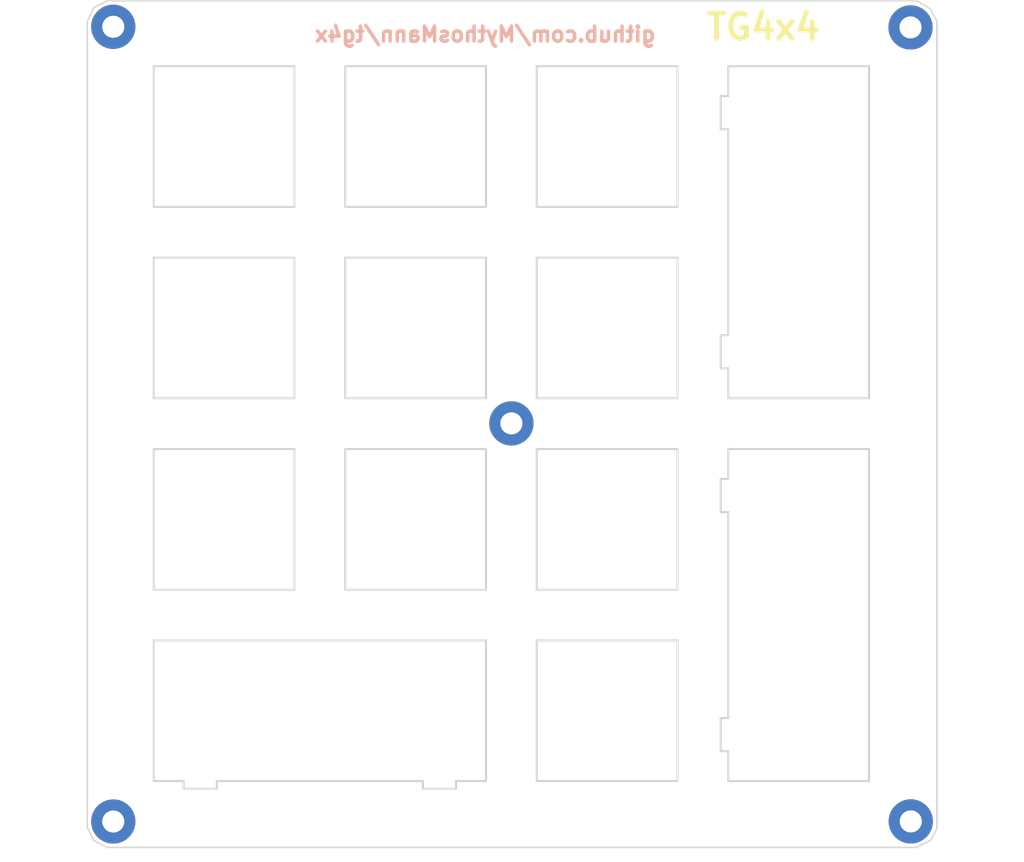
<source format=kicad_pcb>
(kicad_pcb (version 20171130) (host pcbnew "(5.0.2)-1")

  (general
    (thickness 1.6)
    (drawings 90)
    (tracks 0)
    (zones 0)
    (modules 5)
    (nets 1)
  )

  (page A4)
  (layers
    (0 F.Cu signal)
    (31 B.Cu signal)
    (32 B.Adhes user)
    (33 F.Adhes user)
    (34 B.Paste user)
    (35 F.Paste user)
    (36 B.SilkS user)
    (37 F.SilkS user)
    (38 B.Mask user)
    (39 F.Mask user)
    (40 Dwgs.User user)
    (41 Cmts.User user)
    (42 Eco1.User user)
    (43 Eco2.User user)
    (44 Edge.Cuts user)
    (45 Margin user)
    (46 B.CrtYd user)
    (47 F.CrtYd user)
    (48 B.Fab user)
    (49 F.Fab user)
  )

  (setup
    (last_trace_width 0.25)
    (trace_clearance 0.2)
    (zone_clearance 0.508)
    (zone_45_only no)
    (trace_min 0.2)
    (segment_width 0.2)
    (edge_width 0.15)
    (via_size 0.8)
    (via_drill 0.4)
    (via_min_size 0.4)
    (via_min_drill 0.3)
    (uvia_size 0.3)
    (uvia_drill 0.1)
    (uvias_allowed no)
    (uvia_min_size 0.2)
    (uvia_min_drill 0.1)
    (pcb_text_width 0.3)
    (pcb_text_size 1.5 1.5)
    (mod_edge_width 0.15)
    (mod_text_size 1 1)
    (mod_text_width 0.15)
    (pad_size 1.524 1.524)
    (pad_drill 0.762)
    (pad_to_mask_clearance 0.051)
    (solder_mask_min_width 0.25)
    (aux_axis_origin 0 0)
    (visible_elements FFFFFF7F)
    (pcbplotparams
      (layerselection 0x010fc_ffffffff)
      (usegerberextensions false)
      (usegerberattributes false)
      (usegerberadvancedattributes false)
      (creategerberjobfile false)
      (excludeedgelayer true)
      (linewidth 0.100000)
      (plotframeref false)
      (viasonmask false)
      (mode 1)
      (useauxorigin false)
      (hpglpennumber 1)
      (hpglpenspeed 20)
      (hpglpendiameter 15.000000)
      (psnegative false)
      (psa4output false)
      (plotreference true)
      (plotvalue true)
      (plotinvisibletext false)
      (padsonsilk false)
      (subtractmaskfromsilk false)
      (outputformat 1)
      (mirror false)
      (drillshape 1)
      (scaleselection 1)
      (outputdirectory ""))
  )

  (net 0 "")

  (net_class Default "This is the default net class."
    (clearance 0.2)
    (trace_width 0.25)
    (via_dia 0.8)
    (via_drill 0.4)
    (uvia_dia 0.3)
    (uvia_drill 0.1)
  )

  (module MountingHole:MountingHole_2.2mm_M2_Pad (layer F.Cu) (tedit 5CD5E499) (tstamp 5CE42DCC)
    (at 107.1499 103.5177)
    (descr "Mounting Hole 2.2mm, M2")
    (tags "mounting hole 2.2mm m2")
    (attr virtual)
    (fp_text reference REF** (at 0 -3.2) (layer F.SilkS) hide
      (effects (font (size 1 1) (thickness 0.15)))
    )
    (fp_text value MountingHole_2.2mm_M2_Pad (at 0 3.2) (layer F.Fab)
      (effects (font (size 1 1) (thickness 0.15)))
    )
    (fp_text user %R (at 0.3 0) (layer F.Fab)
      (effects (font (size 1 1) (thickness 0.15)))
    )
    (fp_circle (center 0 0) (end 2.2 0) (layer Cmts.User) (width 0.15))
    (fp_circle (center 0 0) (end 2.45 0) (layer F.CrtYd) (width 0.05))
    (pad 1 thru_hole circle (at 0 0) (size 4.4 4.4) (drill 2.2) (layers *.Cu *.Mask))
  )

  (module MountingHole:MountingHole_2.2mm_M2_Pad (layer F.Cu) (tedit 5CD5E49D) (tstamp 5CE42D95)
    (at 27.8257 103.5304)
    (descr "Mounting Hole 2.2mm, M2")
    (tags "mounting hole 2.2mm m2")
    (attr virtual)
    (fp_text reference REF** (at 0 -3.2) (layer F.SilkS) hide
      (effects (font (size 1 1) (thickness 0.15)))
    )
    (fp_text value MountingHole_2.2mm_M2_Pad (at 0 3.2) (layer F.Fab)
      (effects (font (size 1 1) (thickness 0.15)))
    )
    (fp_text user %R (at 0.3 0) (layer F.Fab)
      (effects (font (size 1 1) (thickness 0.15)))
    )
    (fp_circle (center 0 0) (end 2.2 0) (layer Cmts.User) (width 0.15))
    (fp_circle (center 0 0) (end 2.45 0) (layer F.CrtYd) (width 0.05))
    (pad 1 thru_hole circle (at 0 0) (size 4.4 4.4) (drill 2.2) (layers *.Cu *.Mask))
  )

  (module MountingHole:MountingHole_2.2mm_M2_Pad (layer F.Cu) (tedit 5CD5E4A2) (tstamp 5CE42D8E)
    (at 67.4243 63.9064)
    (descr "Mounting Hole 2.2mm, M2")
    (tags "mounting hole 2.2mm m2")
    (path /5CCA1DAA)
    (attr virtual)
    (fp_text reference H1 (at 0 -3.2) (layer F.SilkS) hide
      (effects (font (size 1 1) (thickness 0.15)))
    )
    (fp_text value MountingHole_Pad (at 0 3.2) (layer F.Fab)
      (effects (font (size 1 1) (thickness 0.15)))
    )
    (fp_text user %R (at 0.3 0) (layer F.Fab)
      (effects (font (size 1 1) (thickness 0.15)))
    )
    (fp_circle (center 0 0) (end 2.2 0) (layer Cmts.User) (width 0.15))
    (fp_circle (center 0 0) (end 2.45 0) (layer F.CrtYd) (width 0.05))
    (pad 1 thru_hole circle (at 0 0) (size 4.4 4.4) (drill 2.2) (layers *.Cu *.Mask))
  )

  (module MountingHole:MountingHole_2.2mm_M2_Pad (layer F.Cu) (tedit 5CD5E4BB) (tstamp 5CE42D87)
    (at 27.8257 24.4348)
    (descr "Mounting Hole 2.2mm, M2")
    (tags "mounting hole 2.2mm m2")
    (attr virtual)
    (fp_text reference REF** (at 0 -3.2) (layer F.SilkS) hide
      (effects (font (size 1 1) (thickness 0.15)))
    )
    (fp_text value MountingHole_2.2mm_M2_Pad (at 0 3.2) (layer F.Fab)
      (effects (font (size 1 1) (thickness 0.15)))
    )
    (fp_text user %R (at 0.3 0) (layer F.Fab)
      (effects (font (size 1 1) (thickness 0.15)))
    )
    (fp_circle (center 0 0) (end 2.2 0) (layer Cmts.User) (width 0.15))
    (fp_circle (center 0 0) (end 2.45 0) (layer F.CrtYd) (width 0.05))
    (pad 1 thru_hole circle (at 0 0) (size 4.4 4.4) (drill 2.2) (layers *.Cu *.Mask))
  )

  (module MountingHole:MountingHole_2.2mm_M2_Pad (layer F.Cu) (tedit 5CD5E4BE) (tstamp 5CE42D6B)
    (at 107.1245 24.4983)
    (descr "Mounting Hole 2.2mm, M2")
    (tags "mounting hole 2.2mm m2")
    (attr virtual)
    (fp_text reference REF** (at 0 -3.2) (layer F.SilkS) hide
      (effects (font (size 1 1) (thickness 0.15)))
    )
    (fp_text value MountingHole_2.2mm_M2_Pad (at 0 3.2) (layer F.Fab)
      (effects (font (size 1 1) (thickness 0.15)))
    )
    (fp_text user %R (at 0.3 0) (layer F.Fab)
      (effects (font (size 1 1) (thickness 0.15)))
    )
    (fp_circle (center 0 0) (end 2.2 0) (layer Cmts.User) (width 0.15))
    (fp_circle (center 0 0) (end 2.45 0) (layer F.CrtYd) (width 0.05))
    (pad 1 thru_hole circle (at 0 0) (size 4.4 4.4) (drill 2.2) (layers *.Cu *.Mask))
  )

  (gr_line (start 45.8472 42.3584) (end 31.84765 42.3584) (layer Edge.Cuts) (width 0.2))
  (gr_line (start 88.2481 55.1343) (end 88.2481 58.4349) (layer Edge.Cuts) (width 0.2))
  (gr_line (start 31.84765 28.3591) (end 45.8472 28.3591) (layer Edge.Cuts) (width 0.2))
  (gr_line (start 88.2481 58.4349) (end 88.9977 58.4349) (layer Edge.Cuts) (width 0.2))
  (gr_line (start 88.2481 31.3341) (end 88.2481 34.6347) (layer Edge.Cuts) (width 0.2))
  (gr_line (start 69.9477 61.4084) (end 69.9477 47.4091) (layer Edge.Cuts) (width 0.2))
  (gr_line (start 69.9477 42.3584) (end 69.9477 28.3591) (layer Edge.Cuts) (width 0.2))
  (gr_line (start 69.9477 28.3591) (end 83.947 28.3591) (layer Edge.Cuts) (width 0.2))
  (gr_line (start 88.9977 58.4349) (end 88.9977 61.4084) (layer Edge.Cuts) (width 0.2))
  (gr_line (start 88.9977 55.1343) (end 88.2481 55.1343) (layer Edge.Cuts) (width 0.2))
  (gr_line (start 83.947 42.3584) (end 69.9477 42.3584) (layer Edge.Cuts) (width 0.2))
  (gr_line (start 50.8977 42.3584) (end 50.8977 28.3591) (layer Edge.Cuts) (width 0.2))
  (gr_line (start 88.9977 31.3341) (end 88.2481 31.3341) (layer Edge.Cuts) (width 0.2))
  (gr_line (start 64.897 28.3591) (end 64.897 42.3584) (layer Edge.Cuts) (width 0.2))
  (gr_line (start 83.947 61.4084) (end 69.9477 61.4084) (layer Edge.Cuts) (width 0.2))
  (gr_line (start 102.997 28.3591) (end 88.9977 28.3591) (layer Edge.Cuts) (width 0.2))
  (gr_line (start 83.947 28.3591) (end 83.947 42.3584) (layer Edge.Cuts) (width 0.2))
  (gr_line (start 64.897 42.3584) (end 50.8977 42.3584) (layer Edge.Cuts) (width 0.2))
  (gr_line (start 88.9977 34.6347) (end 88.9977 55.1343) (layer Edge.Cuts) (width 0.2))
  (gr_line (start 88.9977 61.4084) (end 102.997 61.4084) (layer Edge.Cuts) (width 0.2))
  (gr_line (start 50.8977 28.3591) (end 64.897 28.3591) (layer Edge.Cuts) (width 0.2))
  (gr_line (start 45.8472 28.3591) (end 45.8472 42.3584) (layer Edge.Cuts) (width 0.2))
  (gr_line (start 102.997 61.4084) (end 102.997 28.3591) (layer Edge.Cuts) (width 0.2))
  (gr_line (start 31.84765 42.3584) (end 31.84765 28.3591) (layer Edge.Cuts) (width 0.2))
  (gr_line (start 88.9977 28.3591) (end 88.9977 31.3341) (layer Edge.Cuts) (width 0.2))
  (gr_line (start 88.2481 34.6347) (end 88.9977 34.6347) (layer Edge.Cuts) (width 0.2))
  (gr_line (start 88.2481 96.53473) (end 88.9977 96.53473) (layer Edge.Cuts) (width 0.2))
  (gr_line (start 38.12322 99.50853) (end 58.6229 99.50853) (layer Edge.Cuts) (width 0.2))
  (gr_line (start 83.947 99.50853) (end 69.9477 99.50853) (layer Edge.Cuts) (width 0.2))
  (gr_line (start 31.84765 99.50853) (end 34.82284 99.50853) (layer Edge.Cuts) (width 0.2))
  (gr_line (start 64.897 99.50853) (end 64.897 85.509) (layer Edge.Cuts) (width 0.2))
  (gr_line (start 88.9977 96.53473) (end 88.9977 99.50853) (layer Edge.Cuts) (width 0.2))
  (gr_line (start 31.84765 66.4591) (end 45.8472 66.4591) (layer Edge.Cuts) (width 0.2))
  (gr_line (start 31.84765 47.4091) (end 45.8472 47.4091) (layer Edge.Cuts) (width 0.2))
  (gr_line (start 58.6229 99.50853) (end 58.6229 100.25956) (layer Edge.Cuts) (width 0.2))
  (gr_line (start 38.12322 100.25956) (end 38.12322 99.50853) (layer Edge.Cuts) (width 0.2))
  (gr_line (start 50.8977 61.4084) (end 50.8977 47.4091) (layer Edge.Cuts) (width 0.2))
  (gr_line (start 64.897 47.4091) (end 64.897 61.4084) (layer Edge.Cuts) (width 0.2))
  (gr_line (start 102.997 66.4591) (end 88.9977 66.4591) (layer Edge.Cuts) (width 0.2))
  (gr_line (start 31.84765 61.4084) (end 31.84765 47.4091) (layer Edge.Cuts) (width 0.2))
  (gr_line (start 45.8472 47.4091) (end 45.8472 61.4084) (layer Edge.Cuts) (width 0.2))
  (gr_line (start 34.82284 100.25956) (end 38.12322 100.25956) (layer Edge.Cuts) (width 0.2))
  (gr_line (start 50.8977 80.4585) (end 50.8977 66.4591) (layer Edge.Cuts) (width 0.2))
  (gr_line (start 31.84765 80.4585) (end 31.84765 66.4591) (layer Edge.Cuts) (width 0.2))
  (gr_line (start 64.897 80.4585) (end 50.8977 80.4585) (layer Edge.Cuts) (width 0.2))
  (gr_line (start 69.9477 85.509) (end 83.947 85.509) (layer Edge.Cuts) (width 0.2))
  (gr_line (start 31.84765 85.509) (end 31.84765 99.50853) (layer Edge.Cuts) (width 0.2))
  (gr_line (start 64.897 85.509) (end 31.84765 85.509) (layer Edge.Cuts) (width 0.2))
  (gr_line (start 88.9977 72.7346) (end 88.9977 93.23431) (layer Edge.Cuts) (width 0.2))
  (gr_line (start 50.8977 66.4591) (end 64.897 66.4591) (layer Edge.Cuts) (width 0.2))
  (gr_line (start 88.9977 99.50853) (end 102.997 99.50853) (layer Edge.Cuts) (width 0.2))
  (gr_line (start 88.9977 93.23431) (end 88.2481 93.23431) (layer Edge.Cuts) (width 0.2))
  (gr_line (start 88.2481 72.7346) (end 88.9977 72.7346) (layer Edge.Cuts) (width 0.2))
  (gr_line (start 88.2481 69.4329) (end 88.2481 72.7346) (layer Edge.Cuts) (width 0.2))
  (gr_line (start 83.947 47.4091) (end 83.947 61.4084) (layer Edge.Cuts) (width 0.2))
  (gr_line (start 69.9477 47.4091) (end 83.947 47.4091) (layer Edge.Cuts) (width 0.2))
  (gr_line (start 64.897 61.4084) (end 50.8977 61.4084) (layer Edge.Cuts) (width 0.2))
  (gr_line (start 61.9233 100.25956) (end 61.9233 99.50853) (layer Edge.Cuts) (width 0.2))
  (gr_line (start 50.8977 47.4091) (end 64.897 47.4091) (layer Edge.Cuts) (width 0.2))
  (gr_line (start 102.997 99.50853) (end 102.997 66.4591) (layer Edge.Cuts) (width 0.2))
  (gr_line (start 88.9977 69.4329) (end 88.2481 69.4329) (layer Edge.Cuts) (width 0.2))
  (gr_line (start 45.8472 61.4084) (end 31.84765 61.4084) (layer Edge.Cuts) (width 0.2))
  (gr_line (start 69.9477 80.4585) (end 69.9477 66.4591) (layer Edge.Cuts) (width 0.2))
  (gr_line (start 61.9233 99.50853) (end 64.897 99.50853) (layer Edge.Cuts) (width 0.2))
  (gr_line (start 69.9477 99.50853) (end 69.9477 85.509) (layer Edge.Cuts) (width 0.2))
  (gr_line (start 83.947 80.4585) (end 69.9477 80.4585) (layer Edge.Cuts) (width 0.2))
  (gr_line (start 83.947 66.4591) (end 83.947 80.4585) (layer Edge.Cuts) (width 0.2))
  (gr_line (start 45.8472 80.4585) (end 31.84765 80.4585) (layer Edge.Cuts) (width 0.2))
  (gr_line (start 88.9977 66.4591) (end 88.9977 69.4329) (layer Edge.Cuts) (width 0.2))
  (gr_line (start 34.82284 99.50853) (end 34.82284 100.25956) (layer Edge.Cuts) (width 0.2))
  (gr_line (start 83.947 85.509) (end 83.947 99.50853) (layer Edge.Cuts) (width 0.2))
  (gr_line (start 58.6229 100.25956) (end 61.9233 100.25956) (layer Edge.Cuts) (width 0.2))
  (gr_line (start 69.9477 66.4591) (end 83.947 66.4591) (layer Edge.Cuts) (width 0.2))
  (gr_line (start 88.2481 93.23431) (end 88.2481 96.53473) (layer Edge.Cuts) (width 0.2))
  (gr_line (start 45.8472 66.4591) (end 45.8472 80.4585) (layer Edge.Cuts) (width 0.2))
  (gr_line (start 64.897 66.4591) (end 64.897 80.4585) (layer Edge.Cuts) (width 0.2))
  (gr_text github.com/MythosMann/tg4x (at 64.8208 25.1841) (layer B.SilkS) (tstamp 5CE42DB9)
    (effects (font (size 1.5 1.5) (thickness 0.35)) (justify mirror))
  )
  (gr_text TG4x4 (at 92.4687 24.4475) (layer F.SilkS) (tstamp 5CE42DB8)
    (effects (font (size 2.5 2.5) (thickness 0.5)))
  )
  (gr_line (start 25.2476 23.876) (end 25.8826 22.5425) (layer Edge.Cuts) (width 0.15) (tstamp 5CE42D68))
  (gr_line (start 109.0549 22.606) (end 109.7534 23.876) (layer Edge.Cuts) (width 0.15) (tstamp 5CE42D66))
  (gr_line (start 107.7214 21.844) (end 109.0549 22.606) (layer Edge.Cuts) (width 0.15) (tstamp 5CE42D65))
  (gr_line (start 25.8826 22.5425) (end 27.2161 21.844) (layer Edge.Cuts) (width 0.15) (tstamp 5CE42D63))
  (gr_line (start 25.8826 105.41) (end 25.2476 104.14) (layer Edge.Cuts) (width 0.15) (tstamp 5CE42D5F))
  (gr_line (start 27.2161 21.844) (end 107.7214 21.844) (layer Edge.Cuts) (width 0.15) (tstamp 5CE42D5E))
  (gr_line (start 107.7214 106.1085) (end 27.2161 106.1085) (layer Edge.Cuts) (width 0.15) (tstamp 5CE42D5B))
  (gr_line (start 25.2476 104.14) (end 25.2476 23.876) (layer Edge.Cuts) (width 0.15) (tstamp 5CE42D5A))
  (gr_line (start 107.7214 106.1085) (end 109.1819 105.3465) (layer Edge.Cuts) (width 0.15) (tstamp 5CE42D58))
  (gr_line (start 27.2161 106.1085) (end 25.8826 105.41) (layer Edge.Cuts) (width 0.15) (tstamp 5CE42D57))
  (gr_line (start 109.1819 105.3465) (end 109.7534 104.1908) (layer Edge.Cuts) (width 0.15) (tstamp 5CE42D54))
  (gr_line (start 109.7534 23.876) (end 109.7534 104.1908) (layer Edge.Cuts) (width 0.15) (tstamp 5CE42D53))

)

</source>
